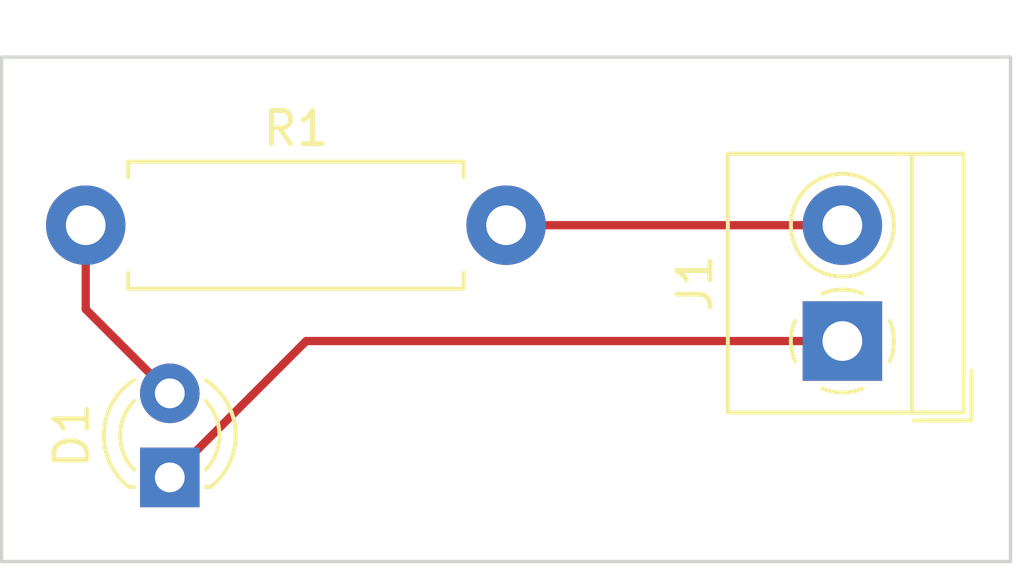
<source format=kicad_pcb>
(kicad_pcb (version 20221018) (generator pcbnew)
  (layers (0 "F.Cu" signal) (31 "B.Cu" signal) (34 "B.Paste" user) (35 "F.Paste" user) (36 "B.SilkS" user "B.Silkscreen") (37 "F.SilkS" user "F.Silkscreen") (38 "B.Mask" user) (39 "F.Mask" user) (44 "Edge.Cuts" user))
  (net 0 "")
  (net 1 "Net-(D1-K)")
  (net 2 "Net-(D1-A)")
  (net 3 "Net-(J1-Pin_2)")
  (footprint "Resistor_THT:R_Axial_DIN0411_L9.9mm_D3.6mm_P12.70mm_Horizontal" (layer "F.Cu") (at 134.62 78.74)
    (fp_text reference "R1" (at 6.35 -2.92) (layer "F.SilkS"))
    (fp_text value "R")
    (fp_line (start 1.28 -1.92) (end 11.42 -1.92) (stroke (width 0.12)) (layer "F.SilkS"))
    (fp_line (start 1.28 -1.44) (end 1.28 -1.92) (stroke (width 0.12)) (layer "F.SilkS"))
    (fp_line (start 1.28 1.44) (end 1.28 1.92) (stroke (width 0.12)) (layer "F.SilkS"))
    (fp_line (start 1.28 1.92) (end 11.42 1.92) (stroke (width 0.12)) (layer "F.SilkS"))
    (fp_line (start 11.42 -1.92) (end 11.42 -1.44) (stroke (width 0.12)) (layer "F.SilkS"))
    (fp_line (start 11.42 1.92) (end 11.42 1.44) (stroke (width 0.12)) (layer "F.SilkS"))
    (pad "1" thru_hole circle (at 0 0) (size 2.4 2.4) (drill 1.2) (layers "*.Cu" "*.Mask") (net 2 "Net-(D1-A)"))
    (pad "2" thru_hole oval (at 12.7 0) (size 2.4 2.4) (drill 1.2) (layers "*.Cu" "*.Mask") (net 3 "Net-(J1-Pin_2)"))
  )
  (footprint "LED_THT:LED_D3.0mm" (layer "F.Cu") (at 137.16 86.36 90)
    (fp_text reference "D1" (at 1.27 -2.96 90) (layer "F.SilkS"))
    (fp_text value "LED")
    (fp_line (start -0.29 -1.236) (end -0.29 -1.08) (stroke (width 0.12)) (layer "F.SilkS"))
    (fp_line (start -0.29 1.08) (end -0.29 1.236) (stroke (width 0.12)) (layer "F.SilkS"))
    (fp_arc (start -0.29 -1.235516) (mid 1.366487 -1.987659) (end 2.942335 -1.078608) (stroke (width 0.12)) (layer "F.SilkS"))
    (fp_arc (start 0.229039 -1.08) (mid 1.270117 -1.5) (end 2.31113 -1.079837) (stroke (width 0.12)) (layer "F.SilkS"))
    (fp_arc (start 2.31113 1.079837) (mid 1.270117 1.5) (end 0.229039 1.08) (stroke (width 0.12)) (layer "F.SilkS"))
    (fp_arc (start 2.942335 1.078608) (mid 1.366487 1.987659) (end -0.29 1.235516) (stroke (width 0.12)) (layer "F.SilkS"))
    (pad "1" thru_hole rect (at 0 0 90) (size 1.8 1.8) (drill 0.9) (layers "*.Cu" "*.Mask") (net 1 "Net-(D1-K)"))
    (pad "2" thru_hole circle (at 2.54 0 90) (size 1.8 1.8) (drill 0.9) (layers "*.Cu" "*.Mask") (net 2 "Net-(D1-A)"))
  )
  (footprint "TerminalBlock_4Ucon:TerminalBlock_4Ucon_1x02_P3.50mm_Horizontal" (layer "F.Cu") (at 157.48 82.24 90)
    (fp_text reference "J1" (at 1.75 -4.46 90) (layer "F.SilkS"))
    (fp_text value "Screw_Terminal_01x02")
    (fp_line (start -2.4 2.16) (end -2.4 3.9) (stroke (width 0.12)) (layer "F.SilkS"))
    (fp_line (start -2.4 3.9) (end -0.9 3.9) (stroke (width 0.12)) (layer "F.SilkS"))
    (fp_line (start -2.16 -3.46) (end -2.16 3.66) (stroke (width 0.12)) (layer "F.SilkS"))
    (fp_line (start -2.16 -3.46) (end 5.66 -3.46) (stroke (width 0.12)) (layer "F.SilkS"))
    (fp_line (start -2.16 2.1) (end 5.66 2.1) (stroke (width 0.12)) (layer "F.SilkS"))
    (fp_line (start -2.16 3.66) (end 5.66 3.66) (stroke (width 0.12)) (layer "F.SilkS"))
    (fp_line (start 5.66 -3.46) (end 5.66 3.66) (stroke (width 0.12)) (layer "F.SilkS"))
    (fp_arc (start -1.432109 0.607742) (mid -1.555727 -0.00014) (end -1.432 -0.608) (stroke (width 0.12)) (layer "F.SilkS"))
    (fp_arc (start -0.607742 -1.432109) (mid 0.00014 -1.555727) (end 0.608 -1.432) (stroke (width 0.12)) (layer "F.SilkS"))
    (fp_arc (start 0.027011 1.555493) (mid -0.296984 1.527118) (end -0.608 1.432) (stroke (width 0.12)) (layer "F.SilkS"))
    (fp_arc (start 0.607587 1.431385) (mid 0.310017 1.523783) (end 0 1.555) (stroke (width 0.12)) (layer "F.SilkS"))
    (fp_arc (start 1.432109 -0.607742) (mid 1.555727 0.00014) (end 1.432 0.608) (stroke (width 0.12)) (layer "F.SilkS"))
    (fp_circle (center 3.5 0) (end 5.055 0) (stroke (width 0.12)) (fill none) (layer "F.SilkS"))
    (pad "1" thru_hole rect (at 0 0 90) (size 2.4 2.4) (drill 1.2) (layers "*.Cu" "*.Mask") (net 1 "Net-(D1-K)"))
    (pad "2" thru_hole circle (at 3.5 0 90) (size 2.4 2.4) (drill 1.2) (layers "*.Cu" "*.Mask") (net 3 "Net-(J1-Pin_2)"))
  )
  (gr_line (start 162.56 88.9) (end 132.08 88.9) (stroke (width 0.1)) (layer "Edge.Cuts"))
  (gr_line (start 132.08 88.9) (end 132.08 73.66) (stroke (width 0.1)) (layer "Edge.Cuts"))
  (gr_line (start 132.08 73.66) (end 162.56 73.66) (stroke (width 0.1)) (layer "Edge.Cuts"))
  (gr_line (start 162.56 73.66) (end 162.56 88.9) (stroke (width 0.1)) (layer "Edge.Cuts"))
  (segment (start 157.48 82.24) (end 141.28 82.24) (width 0.25) (layer "F.Cu") (net 1))
  (segment (start 141.28 82.24) (end 137.16 86.36) (width 0.25) (layer "F.Cu") (net 1))
  (segment (start 137.16 83.82) (end 134.62 81.28) (width 0.25) (layer "F.Cu") (net 2))
  (segment (start 134.62 81.28) (end 134.62 78.74) (width 0.25) (layer "F.Cu") (net 2))
  (segment (start 147.32 78.74) (end 157.48 78.74) (width 0.25) (layer "F.Cu") (net 3))
)
</source>
